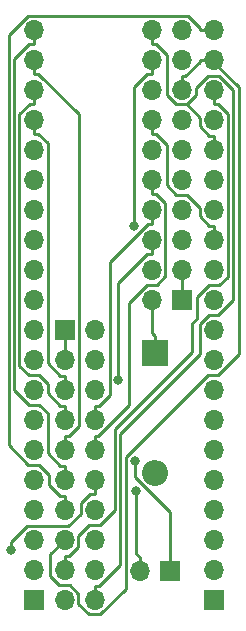
<source format=gbr>
%TF.GenerationSoftware,KiCad,Pcbnew,7.0.1*%
%TF.CreationDate,2023-06-01T10:46:18-07:00*%
%TF.ProjectId,tn_vdp_v2_socket,746e5f76-6470-45f7-9632-5f736f636b65,rev?*%
%TF.SameCoordinates,Original*%
%TF.FileFunction,Copper,L1,Top*%
%TF.FilePolarity,Positive*%
%FSLAX46Y46*%
G04 Gerber Fmt 4.6, Leading zero omitted, Abs format (unit mm)*
G04 Created by KiCad (PCBNEW 7.0.1) date 2023-06-01 10:46:18*
%MOMM*%
%LPD*%
G01*
G04 APERTURE LIST*
%TA.AperFunction,ComponentPad*%
%ADD10R,2.200000X2.200000*%
%TD*%
%TA.AperFunction,ComponentPad*%
%ADD11O,2.200000X2.200000*%
%TD*%
%TA.AperFunction,ComponentPad*%
%ADD12R,1.700000X1.700000*%
%TD*%
%TA.AperFunction,ComponentPad*%
%ADD13O,1.700000X1.700000*%
%TD*%
%TA.AperFunction,ViaPad*%
%ADD14C,0.800000*%
%TD*%
%TA.AperFunction,Conductor*%
%ADD15C,0.250000*%
%TD*%
G04 APERTURE END LIST*
D10*
%TO.P,D1,1,K*%
%TO.N,VCCO*%
X172250000Y-77500000D03*
D11*
%TO.P,D1,2,A*%
%TO.N,VCC*%
X172250000Y-87660000D03*
%TD*%
D12*
%TO.P,J3,1,Pin_1*%
%TO.N,GND*%
X164592000Y-75565000D03*
D13*
%TO.P,J3,2,Pin_2*%
%TO.N,VCCO*%
X167132000Y-75565000D03*
%TO.P,J3,3,Pin_3*%
%TO.N,GND*%
X164592000Y-78105000D03*
%TO.P,J3,4,Pin_4*%
%TO.N,CPUCLK*%
X167132000Y-78105000D03*
%TO.P,J3,5,Pin_5*%
%TO.N,CD0*%
X164592000Y-80645000D03*
%TO.P,J3,6,Pin_6*%
%TO.N,GROMCLK*%
X167132000Y-80645000D03*
%TO.P,J3,7,Pin_7*%
%TO.N,CD1*%
X164592000Y-83185000D03*
%TO.P,J3,8,Pin_8*%
%TO.N,AUDIO*%
X167132000Y-83185000D03*
%TO.P,J3,9,Pin_9*%
%TO.N,CD2*%
X164592000Y-85725000D03*
%TO.P,J3,10,Pin_10*%
%TO.N,MODE1*%
X167132000Y-85725000D03*
%TO.P,J3,11,Pin_11*%
%TO.N,CD3*%
X164592000Y-88265000D03*
%TO.P,J3,12,Pin_12*%
%TO.N,~{RESET}*%
X167132000Y-88265000D03*
%TO.P,J3,13,Pin_13*%
%TO.N,CD4*%
X164592000Y-90805000D03*
%TO.P,J3,14,Pin_14*%
%TO.N,MODE0*%
X167132000Y-90805000D03*
%TO.P,J3,15,Pin_15*%
%TO.N,CD5*%
X164592000Y-93345000D03*
%TO.P,J3,16,Pin_16*%
%TO.N,~{CSW}*%
X167132000Y-93345000D03*
%TO.P,J3,17,Pin_17*%
%TO.N,CD6*%
X164592000Y-95885000D03*
%TO.P,J3,18,Pin_18*%
%TO.N,~{CSR}*%
X167132000Y-95885000D03*
%TO.P,J3,19,Pin_19*%
%TO.N,CD7*%
X164592000Y-98425000D03*
%TO.P,J3,20,Pin_20*%
%TO.N,~{INT}*%
X167132000Y-98425000D03*
%TD*%
D12*
%TO.P,J5,1,Pin_1*%
%TO.N,AUDIO*%
X173525000Y-96000000D03*
D13*
%TO.P,J5,2,Pin_2*%
%TO.N,MODE1*%
X170985000Y-96000000D03*
%TD*%
D12*
%TO.P,J4,1,Pin_1*%
%TO.N,GND*%
X174498000Y-73025000D03*
D13*
%TO.P,J4,2,Pin_2*%
%TO.N,VCCO*%
X171958000Y-73025000D03*
%TO.P,J4,3,Pin_3*%
%TO.N,GND*%
X174498000Y-70485000D03*
%TO.P,J4,4,Pin_4*%
%TO.N,CPUCLK*%
X171958000Y-70485000D03*
%TO.P,J4,5,Pin_5*%
%TO.N,CD0*%
X174498000Y-67945000D03*
%TO.P,J4,6,Pin_6*%
%TO.N,GROMCLK*%
X171958000Y-67945000D03*
%TO.P,J4,7,Pin_7*%
%TO.N,CD1*%
X174498000Y-65405000D03*
%TO.P,J4,8,Pin_8*%
%TO.N,AUDIO*%
X171958000Y-65405000D03*
%TO.P,J4,9,Pin_9*%
%TO.N,CD2*%
X174498000Y-62865000D03*
%TO.P,J4,10,Pin_10*%
%TO.N,MODE1*%
X171958000Y-62865000D03*
%TO.P,J4,11,Pin_11*%
%TO.N,CD3*%
X174498000Y-60325000D03*
%TO.P,J4,12,Pin_12*%
%TO.N,~{RESET}*%
X171958000Y-60325000D03*
%TO.P,J4,13,Pin_13*%
%TO.N,CD4*%
X174498000Y-57785000D03*
%TO.P,J4,14,Pin_14*%
%TO.N,MODE0*%
X171958000Y-57785000D03*
%TO.P,J4,15,Pin_15*%
%TO.N,CD5*%
X174498000Y-55245000D03*
%TO.P,J4,16,Pin_16*%
%TO.N,~{CSW}*%
X171958000Y-55245000D03*
%TO.P,J4,17,Pin_17*%
%TO.N,CD6*%
X174498000Y-52705000D03*
%TO.P,J4,18,Pin_18*%
%TO.N,~{CSR}*%
X171958000Y-52705000D03*
%TO.P,J4,19,Pin_19*%
%TO.N,CD7*%
X174498000Y-50165000D03*
%TO.P,J4,20,Pin_20*%
%TO.N,~{INT}*%
X171958000Y-50165000D03*
%TD*%
D12*
%TO.P,J2,1,Pin_1*%
%TO.N,unconnected-(J2-Pin_1-Pad1)*%
X161975800Y-98420000D03*
D13*
%TO.P,J2,2,Pin_2*%
%TO.N,unconnected-(J2-Pin_2-Pad2)*%
X161975800Y-95880000D03*
%TO.P,J2,3,Pin_3*%
%TO.N,CPUCLK*%
X161975800Y-93340000D03*
%TO.P,J2,4,Pin_4*%
%TO.N,GROMCLK*%
X161975800Y-90800000D03*
%TO.P,J2,5,Pin_5*%
%TO.N,unconnected-(J2-Pin_5-Pad5)*%
X161975800Y-88260000D03*
%TO.P,J2,6,Pin_6*%
%TO.N,unconnected-(J2-Pin_6-Pad6)*%
X161975800Y-85720000D03*
%TO.P,J2,7,Pin_7*%
%TO.N,~{RESET}*%
X161975800Y-83180000D03*
%TO.P,J2,8,Pin_8*%
%TO.N,VCC*%
X161975800Y-80640000D03*
%TO.P,J2,9,Pin_9*%
%TO.N,unconnected-(J2-Pin_9-Pad9)*%
X161975800Y-78100000D03*
%TO.P,J2,10,Pin_10*%
%TO.N,unconnected-(J2-Pin_10-Pad10)*%
X161975800Y-75560000D03*
%TO.P,J2,11,Pin_11*%
%TO.N,unconnected-(J2-Pin_11-Pad11)*%
X161975800Y-73020000D03*
%TO.P,J2,12,Pin_12*%
%TO.N,unconnected-(J2-Pin_12-Pad12)*%
X161975800Y-70480000D03*
%TO.P,J2,13,Pin_13*%
%TO.N,unconnected-(J2-Pin_13-Pad13)*%
X161975800Y-67940000D03*
%TO.P,J2,14,Pin_14*%
%TO.N,unconnected-(J2-Pin_14-Pad14)*%
X161975800Y-65400000D03*
%TO.P,J2,15,Pin_15*%
%TO.N,unconnected-(J2-Pin_15-Pad15)*%
X161975800Y-62860000D03*
%TO.P,J2,16,Pin_16*%
%TO.N,unconnected-(J2-Pin_16-Pad16)*%
X161975800Y-60320000D03*
%TO.P,J2,17,Pin_17*%
%TO.N,CD0*%
X161975800Y-57780000D03*
%TO.P,J2,18,Pin_18*%
%TO.N,CD1*%
X161975800Y-55240000D03*
%TO.P,J2,19,Pin_19*%
%TO.N,CD2*%
X161975800Y-52700000D03*
%TO.P,J2,20,Pin_20*%
%TO.N,CD3*%
X161975800Y-50160000D03*
%TD*%
D12*
%TO.P,J1,1,Pin_1*%
%TO.N,unconnected-(J1-Pin_1-Pad1)*%
X177215800Y-98420000D03*
D13*
%TO.P,J1,2,Pin_2*%
%TO.N,unconnected-(J1-Pin_2-Pad2)*%
X177215800Y-95880000D03*
%TO.P,J1,3,Pin_3*%
%TO.N,unconnected-(J1-Pin_3-Pad3)*%
X177215800Y-93340000D03*
%TO.P,J1,4,Pin_4*%
%TO.N,unconnected-(J1-Pin_4-Pad4)*%
X177215800Y-90800000D03*
%TO.P,J1,5,Pin_5*%
%TO.N,unconnected-(J1-Pin_5-Pad5)*%
X177215800Y-88260000D03*
%TO.P,J1,6,Pin_6*%
%TO.N,unconnected-(J1-Pin_6-Pad6)*%
X177215800Y-85720000D03*
%TO.P,J1,7,Pin_7*%
%TO.N,unconnected-(J1-Pin_7-Pad7)*%
X177215800Y-83180000D03*
%TO.P,J1,8,Pin_8*%
%TO.N,unconnected-(J1-Pin_8-Pad8)*%
X177215800Y-80640000D03*
%TO.P,J1,9,Pin_9*%
%TO.N,unconnected-(J1-Pin_9-Pad9)*%
X177215800Y-78100000D03*
%TO.P,J1,10,Pin_10*%
%TO.N,unconnected-(J1-Pin_10-Pad10)*%
X177215800Y-75560000D03*
%TO.P,J1,11,Pin_11*%
%TO.N,unconnected-(J1-Pin_11-Pad11)*%
X177215800Y-73020000D03*
%TO.P,J1,12,Pin_12*%
%TO.N,GND*%
X177215800Y-70480000D03*
%TO.P,J1,13,Pin_13*%
%TO.N,MODE0*%
X177215800Y-67940000D03*
%TO.P,J1,14,Pin_14*%
%TO.N,~{CSW}*%
X177215800Y-65400000D03*
%TO.P,J1,15,Pin_15*%
%TO.N,~{CSR}*%
X177215800Y-62860000D03*
%TO.P,J1,16,Pin_16*%
%TO.N,~{INT}*%
X177215800Y-60320000D03*
%TO.P,J1,17,Pin_17*%
%TO.N,CD7*%
X177215800Y-57780000D03*
%TO.P,J1,18,Pin_18*%
%TO.N,CD6*%
X177215800Y-55240000D03*
%TO.P,J1,19,Pin_19*%
%TO.N,CD5*%
X177215800Y-52700000D03*
%TO.P,J1,20,Pin_20*%
%TO.N,CD4*%
X177215800Y-50160000D03*
%TD*%
D14*
%TO.N,~{CSR}*%
X170446400Y-66745900D03*
%TO.N,~{RESET}*%
X160024200Y-94179500D03*
%TO.N,GROMCLK*%
X169131100Y-79821000D03*
%TO.N,AUDIO*%
X170533400Y-86639900D03*
%TO.N,MODE1*%
X170680200Y-89177000D03*
%TD*%
D15*
%TO.N,GND*%
X164592000Y-78105000D02*
X164592000Y-75565000D01*
X174498000Y-70485000D02*
X174498000Y-73025000D01*
%TO.N,VCCO*%
X171958000Y-75782900D02*
X172250000Y-76074900D01*
X171958000Y-73025000D02*
X171958000Y-75782900D01*
X172250000Y-77500000D02*
X172250000Y-76074900D01*
%TO.N,MODE0*%
X177215800Y-66764900D02*
X176848500Y-66764900D01*
X172323200Y-58960100D02*
X171958000Y-58960100D01*
X171958000Y-57785000D02*
X171958000Y-58960100D01*
X176848500Y-66764900D02*
X176040700Y-65957100D01*
X176040700Y-65957100D02*
X176040700Y-65203600D01*
X176040700Y-65203600D02*
X174938700Y-64101600D01*
X174938700Y-64101600D02*
X174029800Y-64101600D01*
X173228000Y-59864900D02*
X172323200Y-58960100D01*
X177215800Y-67940000D02*
X177215800Y-66764900D01*
X173228000Y-63299800D02*
X173228000Y-59864900D01*
X174029800Y-64101600D02*
X173228000Y-63299800D01*
%TO.N,~{CSR}*%
X170446400Y-55026400D02*
X170446400Y-66745900D01*
X171958000Y-53880100D02*
X171592700Y-53880100D01*
X171592700Y-53880100D02*
X170446400Y-55026400D01*
X171958000Y-52705000D02*
X171958000Y-53880100D01*
%TO.N,~{INT}*%
X171958000Y-50165000D02*
X171958000Y-51340100D01*
X169303900Y-84349900D02*
X176040700Y-77613100D01*
X177612900Y-74290000D02*
X178896100Y-73006800D01*
X176725400Y-54061800D02*
X175744400Y-55042800D01*
X175744400Y-55042800D02*
X175744400Y-55661500D01*
X167499200Y-97249900D02*
X169303900Y-95445200D01*
X176040700Y-77613100D02*
X176040700Y-75073100D01*
X173228000Y-52244900D02*
X172323200Y-51340100D01*
X178896100Y-73006800D02*
X178896100Y-55257600D01*
X177215800Y-60320000D02*
X177215800Y-59144900D01*
X176040700Y-57583600D02*
X174931500Y-56474400D01*
X176040700Y-75073100D02*
X176823800Y-74290000D01*
X174003700Y-56474400D02*
X173228000Y-55698700D01*
X174931500Y-56474400D02*
X174003700Y-56474400D01*
X173228000Y-55698700D02*
X173228000Y-52244900D01*
X167132000Y-98425000D02*
X167132000Y-97249900D01*
X177700300Y-54061800D02*
X176725400Y-54061800D01*
X176040700Y-58337100D02*
X176040700Y-57583600D01*
X175744400Y-55661500D02*
X174931500Y-56474400D01*
X172323200Y-51340100D02*
X171958000Y-51340100D01*
X176823800Y-74290000D02*
X177612900Y-74290000D01*
X178896100Y-55257600D02*
X177700300Y-54061800D01*
X169303900Y-95445200D02*
X169303900Y-84349900D01*
X167132000Y-97249900D02*
X167499200Y-97249900D01*
X176848500Y-59144900D02*
X176040700Y-58337100D01*
X177215800Y-59144900D02*
X176848500Y-59144900D01*
%TO.N,CD6*%
X167604500Y-92075000D02*
X166701100Y-92075000D01*
X168853700Y-90825800D02*
X167604500Y-92075000D01*
X177215800Y-56415100D02*
X177581000Y-56415100D01*
X175815700Y-74589200D02*
X175365700Y-75039200D01*
X165767100Y-93009000D02*
X165767100Y-93902100D01*
X165767100Y-93902100D02*
X164959300Y-94709900D01*
X177704500Y-71750000D02*
X176821700Y-71750000D01*
X175815700Y-72756000D02*
X175815700Y-74589200D01*
X164592000Y-95885000D02*
X164592000Y-94709900D01*
X176821700Y-71750000D02*
X175815700Y-72756000D01*
X177215800Y-55240000D02*
X177215800Y-56415100D01*
X175365700Y-77425600D02*
X168853700Y-83937600D01*
X168853700Y-83937600D02*
X168853700Y-90825800D01*
X177581000Y-56415100D02*
X178416300Y-57250400D01*
X164959300Y-94709900D02*
X164592000Y-94709900D01*
X178416300Y-57250400D02*
X178416300Y-71038200D01*
X166701100Y-92075000D02*
X165767100Y-93009000D01*
X175365700Y-75039200D02*
X175365700Y-77425600D01*
X178416300Y-71038200D02*
X177704500Y-71750000D01*
%TO.N,CD5*%
X179346200Y-77633700D02*
X179346200Y-55030800D01*
X169808300Y-97469900D02*
X169808300Y-86339600D01*
X177215800Y-52700000D02*
X176935800Y-52700000D01*
X177609900Y-79370000D02*
X179346200Y-77633700D01*
X174827900Y-54069900D02*
X174498000Y-54069900D01*
X165767200Y-97899300D02*
X165767200Y-98787900D01*
X163398700Y-94538300D02*
X163398700Y-96404200D01*
X176040700Y-52857100D02*
X174827900Y-54069900D01*
X169808300Y-86339600D02*
X176777900Y-79370000D01*
X164149500Y-97155000D02*
X165022900Y-97155000D01*
X166633100Y-99653800D02*
X167624400Y-99653800D01*
X167624400Y-99653800D02*
X169808300Y-97469900D01*
X163398700Y-96404200D02*
X164149500Y-97155000D01*
X174498000Y-55245000D02*
X174498000Y-54069900D01*
X177015400Y-52700000D02*
X176935800Y-52700000D01*
X164592000Y-93345000D02*
X163398700Y-94538300D01*
X176040700Y-52700000D02*
X176040700Y-52857100D01*
X179346200Y-55030800D02*
X177015400Y-52700000D01*
X165767200Y-98787900D02*
X166633100Y-99653800D01*
X176777900Y-79370000D02*
X177609900Y-79370000D01*
X176935800Y-52700000D02*
X176040700Y-52700000D01*
X165022900Y-97155000D02*
X165767200Y-97899300D01*
%TO.N,CD4*%
X163281400Y-88684600D02*
X164226700Y-89629900D01*
X163281400Y-87842500D02*
X163281400Y-88684600D01*
X164226700Y-89629900D02*
X164592000Y-89629900D01*
X161504300Y-86990000D02*
X162428900Y-86990000D01*
X159855200Y-50599800D02*
X159855200Y-85340900D01*
X176040700Y-50160000D02*
X176040700Y-50013100D01*
X176040700Y-50013100D02*
X175011400Y-48983800D01*
X159855200Y-85340900D02*
X161504300Y-86990000D01*
X162428900Y-86990000D02*
X163281400Y-87842500D01*
X175011400Y-48983800D02*
X161471200Y-48983800D01*
X177215800Y-50160000D02*
X176040700Y-50160000D01*
X164592000Y-90805000D02*
X164592000Y-89629900D01*
X161471200Y-48983800D02*
X159855200Y-50599800D01*
%TO.N,CD3*%
X161975800Y-51335100D02*
X161608600Y-51335100D01*
X160305400Y-52638300D02*
X160305400Y-80634500D01*
X161608600Y-51335100D02*
X160305400Y-52638300D01*
X163151000Y-86014200D02*
X164226700Y-87089900D01*
X163151000Y-82596900D02*
X163151000Y-86014200D01*
X161975800Y-50160000D02*
X161975800Y-51335100D01*
X164592000Y-88265000D02*
X164592000Y-87089900D01*
X160305400Y-80634500D02*
X161580900Y-81910000D01*
X162464100Y-81910000D02*
X163151000Y-82596900D01*
X161580900Y-81910000D02*
X162464100Y-81910000D01*
X164226700Y-87089900D02*
X164592000Y-87089900D01*
%TO.N,CD2*%
X161975800Y-52700000D02*
X161975800Y-53875100D01*
X165782600Y-57314700D02*
X165782600Y-83724500D01*
X164592000Y-85725000D02*
X164592000Y-84549900D01*
X162343000Y-53875100D02*
X165782600Y-57314700D01*
X164957200Y-84549900D02*
X164592000Y-84549900D01*
X161975800Y-53875100D02*
X162343000Y-53875100D01*
X165782600Y-83724500D02*
X164957200Y-84549900D01*
%TO.N,CD1*%
X163151000Y-80105900D02*
X163151000Y-80934200D01*
X163151000Y-80934200D02*
X164226700Y-82009900D01*
X161975800Y-55240000D02*
X161975800Y-56415100D01*
X161557300Y-79370000D02*
X162415100Y-79370000D01*
X164226700Y-82009900D02*
X164592000Y-82009900D01*
X161975800Y-56415100D02*
X161661400Y-56415100D01*
X160768300Y-57308200D02*
X160768300Y-78581000D01*
X164592000Y-83185000D02*
X164592000Y-82009900D01*
X160768300Y-78581000D02*
X161557300Y-79370000D01*
X162415100Y-79370000D02*
X163151000Y-80105900D01*
X161661400Y-56415100D02*
X160768300Y-57308200D01*
%TO.N,CD0*%
X164226700Y-79469900D02*
X164592000Y-79469900D01*
X164592000Y-80645000D02*
X164592000Y-79469900D01*
X161975800Y-57780000D02*
X161975800Y-58955100D01*
X161975800Y-58955100D02*
X162343100Y-58955100D01*
X163150900Y-78394100D02*
X164226700Y-79469900D01*
X163150900Y-59762900D02*
X163150900Y-78394100D01*
X162343100Y-58955100D02*
X163150900Y-59762900D01*
%TO.N,~{RESET}*%
X166764700Y-89440100D02*
X165956900Y-90247900D01*
X167132000Y-89440100D02*
X166764700Y-89440100D01*
X164921600Y-92164800D02*
X161416100Y-92164800D01*
X161416100Y-92164800D02*
X160024200Y-93556700D01*
X160024200Y-93556700D02*
X160024200Y-94179500D01*
X165956900Y-90247900D02*
X165956900Y-91129500D01*
X167132000Y-88265000D02*
X167132000Y-89440100D01*
X165956900Y-91129500D02*
X164921600Y-92164800D01*
%TO.N,GROMCLK*%
X169131100Y-71579800D02*
X169131100Y-79821000D01*
X171958000Y-67945000D02*
X171958000Y-69120100D01*
X171958000Y-69120100D02*
X171590800Y-69120100D01*
X171590800Y-69120100D02*
X169131100Y-71579800D01*
%TO.N,AUDIO*%
X170533400Y-86639900D02*
X170533400Y-88004700D01*
X171958000Y-65405000D02*
X171958000Y-66580100D01*
X167497200Y-82009900D02*
X167132000Y-82009900D01*
X168406000Y-69823700D02*
X168406000Y-81101100D01*
X168406000Y-81101100D02*
X167497200Y-82009900D01*
X171649600Y-66580100D02*
X168406000Y-69823700D01*
X173525000Y-90996300D02*
X173525000Y-96000000D01*
X167132000Y-83185000D02*
X167132000Y-82009900D01*
X170533400Y-88004700D02*
X173525000Y-90996300D01*
X171958000Y-66580100D02*
X171649600Y-66580100D01*
%TO.N,MODE1*%
X167132000Y-85725000D02*
X167132000Y-84549900D01*
X173133200Y-64848100D02*
X173133200Y-71010700D01*
X170985000Y-96000000D02*
X170985000Y-94824900D01*
X170037500Y-81941500D02*
X167429100Y-84549900D01*
X171545800Y-71755000D02*
X170037500Y-73263300D01*
X172325200Y-64040100D02*
X173133200Y-64848100D01*
X173133200Y-71010700D02*
X172388900Y-71755000D01*
X172388900Y-71755000D02*
X171545800Y-71755000D01*
X171958000Y-62865000D02*
X171958000Y-64040100D01*
X170680200Y-94520100D02*
X170680200Y-89177000D01*
X170037500Y-73263300D02*
X170037500Y-81941500D01*
X167429100Y-84549900D02*
X167132000Y-84549900D01*
X171958000Y-64040100D02*
X172325200Y-64040100D01*
X170985000Y-94824900D02*
X170680200Y-94520100D01*
%TD*%
M02*

</source>
